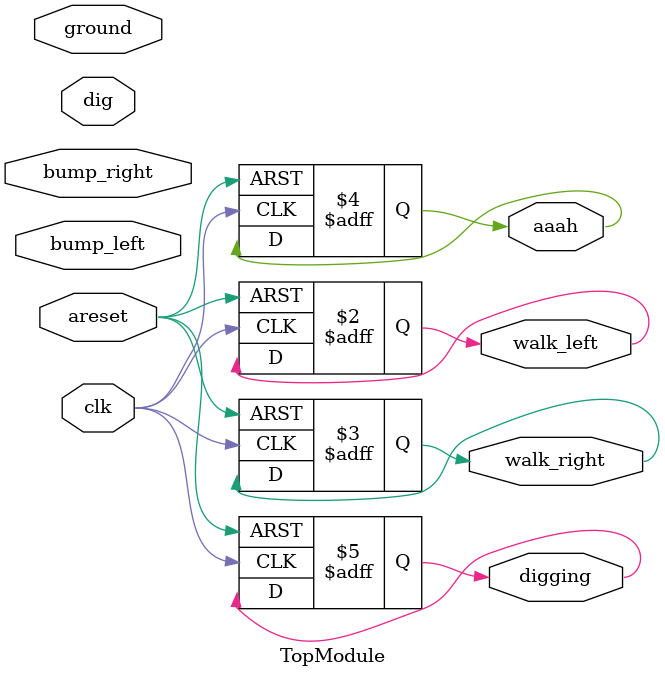
<source format=sv>

module TopModule (
  input clk,
  input areset,
  input bump_left,
  input bump_right,
  input ground,
  input dig,
  output walk_left,
  output walk_right,
  output aaah,
  output digging
);
always @(posedge clk or posedge areset) begin
    if (areset) begin
        walk_left <= 1'b1;
        walk_right <= 1'b0;
        aaah <= 1'b0;
        digging <= 1'b0;
    end else begin
        // Default assignments (to avoid latches)
        walk_left <= walk_left;
        walk_right <= walk_right;
        aaah <= aaah;
        digging <= digging;
    end
end

endmodule

</source>
